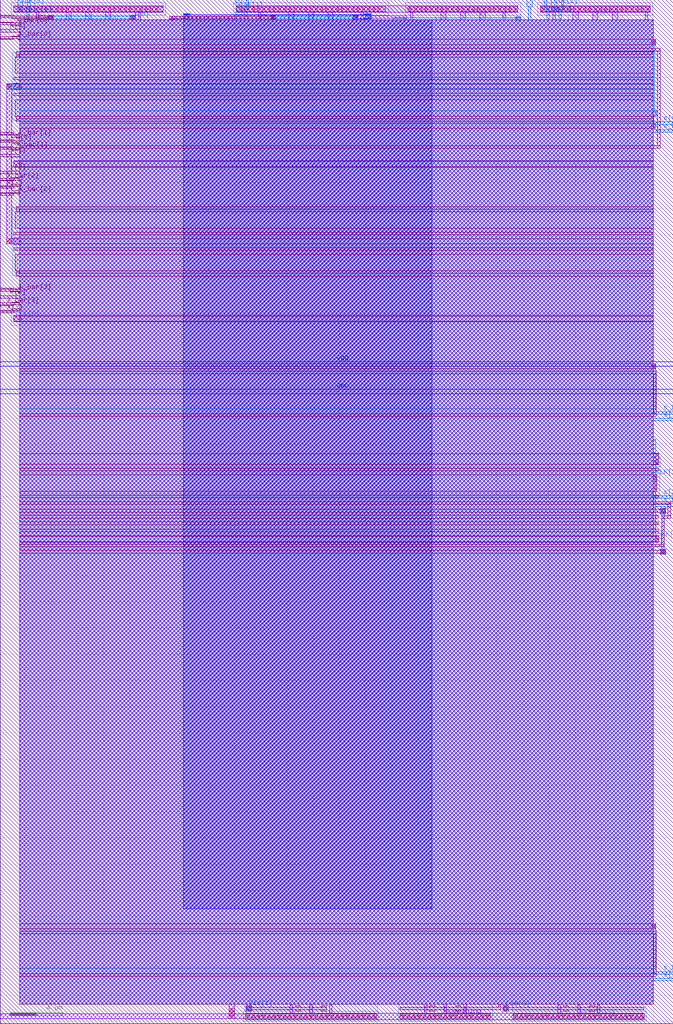
<source format=lef>
VERSION 5.7 ;
  NOWIREEXTENSIONATPIN ON ;
  DIVIDERCHAR "/" ;
  BUSBITCHARS "[]" ;
UNITS
  DATABASE MICRONS 200 ;
END UNITS

LAYER via2
  TYPE CUT ;
END via2

LAYER via
  TYPE CUT ;
END via

LAYER nwell
  TYPE MASTERSLICE ;
END nwell

LAYER via3
  TYPE CUT ;
END via3

LAYER pwell
  TYPE MASTERSLICE ;
END pwell

LAYER via4
  TYPE CUT ;
END via4

LAYER mcon
  TYPE CUT ;
END mcon

LAYER met6
  TYPE ROUTING ;
END met6

LAYER met1
  TYPE ROUTING ;
  WIDTH 0.140000 ;
  DIRECTION HORIZONTAL ;
END met1

LAYER met3
  TYPE ROUTING ;
  WIDTH 0.300000 ;
  DIRECTION HORIZONTAL ;
END met3

LAYER met2
  TYPE ROUTING ;
  WIDTH 0.140000 ;
  DIRECTION HORIZONTAL ;
END met2

LAYER met4
  TYPE ROUTING ;
  WIDTH 0.300000 ;
  DIRECTION HORIZONTAL ;
END met4

LAYER met5
  TYPE ROUTING ;
  WIDTH 1.600000 ;
  DIRECTION HORIZONTAL ;
END met5

LAYER li1
  TYPE ROUTING ;
  WIDTH 0.170000 ;
  DIRECTION HORIZONTAL ;
END li1

MACRO bitfour_EESPFAL
  CLASS BLOCK ;
  FOREIGN bitfour_EESPFAL ;
  ORIGIN -4.110 32.190 ;
  SIZE 51.360 BY 78.080 ;
  PIN k[1]
    PORT
      LAYER li1 ;
        RECT 4.110 35.140 5.150 35.240 ;
        RECT 4.110 35.040 5.610 35.140 ;
        RECT 4.980 34.940 5.610 35.040 ;
    END
  END k[1]
  PIN k_bar[1]
    PORT
      LAYER li1 ;
        RECT 4.110 35.640 5.150 35.790 ;
        RECT 5.500 35.640 5.610 35.740 ;
        RECT 4.110 35.590 5.610 35.640 ;
        RECT 4.980 35.440 5.610 35.590 ;
        RECT 5.500 35.340 5.610 35.440 ;
    END
  END k_bar[1]
  PIN x_bar[1]
    PORT
      LAYER li1 ;
        RECT 4.110 34.640 5.150 34.690 ;
        RECT 4.110 34.490 5.610 34.640 ;
        RECT 4.980 34.440 5.610 34.490 ;
    END
  END x_bar[1]
  PIN k[2]
    PORT
      LAYER li1 ;
        RECT 4.980 31.740 5.610 31.840 ;
        RECT 4.110 31.640 5.610 31.740 ;
        RECT 4.110 31.540 5.150 31.640 ;
    END
  END k[2]
  PIN k_bar[2]
    PORT
      LAYER li1 ;
        RECT 5.500 31.340 5.610 31.440 ;
        RECT 4.980 31.190 5.610 31.340 ;
        RECT 4.110 31.140 5.610 31.190 ;
        RECT 4.110 30.990 5.150 31.140 ;
        RECT 5.500 31.040 5.610 31.140 ;
    END
  END k_bar[2]
  PIN x[2]
    PORT
      LAYER li1 ;
        RECT 4.110 32.640 5.610 32.840 ;
    END
  END x[2]
  PIN x_bar[2]
    PORT
      LAYER li1 ;
        RECT 4.980 32.290 5.610 32.340 ;
        RECT 4.110 32.140 5.610 32.290 ;
        RECT 4.110 32.090 5.150 32.140 ;
    END
  END x_bar[2]
  PIN x[1]
    PORT
      LAYER li1 ;
        RECT 4.110 33.940 5.610 34.140 ;
    END
  END x[1]
  PIN k_bar[0]
    PORT
      LAYER li1 ;
        RECT 5.500 43.140 5.610 43.240 ;
        RECT 4.980 43.090 5.610 43.140 ;
        RECT 4.110 42.940 5.610 43.090 ;
        RECT 4.110 42.890 5.150 42.940 ;
        RECT 5.500 42.840 5.610 42.940 ;
    END
  END k_bar[0]
  PIN x_bar[0]
    PORT
      LAYER li1 ;
        RECT 4.110 44.140 5.150 44.190 ;
        RECT 4.110 43.990 5.610 44.140 ;
        RECT 4.980 43.940 5.610 43.990 ;
    END
  END x_bar[0]
  PIN x[0]
    PORT
      LAYER met2 ;
        RECT 7.750 44.640 8.150 44.740 ;
        RECT 14.050 44.640 14.450 44.740 ;
        RECT 7.750 44.440 14.450 44.640 ;
        RECT 7.750 44.390 8.150 44.440 ;
        RECT 14.050 44.390 14.450 44.440 ;
    END
  END x[0]
  PIN k[0]
    PORT
      LAYER li1 ;
        RECT 4.110 43.440 5.610 43.640 ;
    END
  END k[0]
  PIN x_bar[3]
    PORT
      LAYER li1 ;
        RECT 4.980 22.790 5.610 22.840 ;
        RECT 4.110 22.640 5.610 22.790 ;
        RECT 4.110 22.590 5.150 22.640 ;
    END
  END x_bar[3]
  PIN x[3]
    PORT
      LAYER li1 ;
        RECT 4.980 22.240 5.610 22.340 ;
        RECT 4.110 22.140 5.610 22.240 ;
        RECT 4.110 22.040 5.150 22.140 ;
    END
  END x[3]
  PIN k_bar[3]
    PORT
      LAYER li1 ;
        RECT 4.110 23.840 5.150 23.890 ;
        RECT 5.500 23.840 5.610 23.940 ;
        RECT 4.110 23.690 5.610 23.840 ;
        RECT 4.980 23.640 5.610 23.690 ;
        RECT 5.500 23.540 5.610 23.640 ;
    END
  END k_bar[3]
  PIN k[3]
    PORT
      LAYER li1 ;
        RECT 4.110 23.140 5.610 23.340 ;
    END
  END k[3]
  PIN Dis[3]
    PORT
      LAYER met2 ;
        RECT 46.930 45.390 47.130 45.890 ;
        RECT 46.740 45.190 47.130 45.390 ;
        RECT 46.740 44.390 46.940 45.190 ;
        RECT 42.590 -30.825 42.790 -30.690 ;
        RECT 42.490 -31.225 42.890 -30.825 ;
    END
  END Dis[3]
  PIN Dis[2]
    PORT
      LAYER met2 ;
        RECT 45.630 45.390 45.830 45.890 ;
        RECT 45.630 45.190 46.040 45.390 ;
        RECT 45.840 44.390 46.040 45.190 ;
    END
  END Dis[2]
  PIN Dis[1]
    PORT
      LAYER met2 ;
        RECT 22.880 45.390 23.080 45.890 ;
        RECT 22.775 45.190 23.080 45.390 ;
        RECT 22.775 44.390 22.975 45.190 ;
        RECT 22.985 -30.815 23.185 -30.690 ;
        RECT 22.885 -31.215 23.285 -30.815 ;
    END
  END Dis[1]
  PIN Dis[0]
    PORT
      LAYER met2 ;
        RECT 6.200 45.390 6.400 45.890 ;
        RECT 6.130 45.190 6.400 45.390 ;
        RECT 6.130 44.390 6.330 45.190 ;
    END
  END Dis[0]
  PIN s[3]
    PORT
      LAYER met2 ;
        RECT 53.970 -28.920 55.470 -28.720 ;
    END
  END s[3]
  PIN s_bar[3]
    PORT
      LAYER met2 ;
        RECT 53.970 -28.400 55.470 -28.200 ;
    END
  END s_bar[3]
  PIN s[2]
    PORT
      LAYER met2 ;
        RECT 53.970 7.885 55.470 8.085 ;
    END
  END s[2]
  PIN s_bar[2]
    PORT
      LAYER met2 ;
        RECT 53.970 7.260 55.470 7.460 ;
    END
  END s_bar[2]
  PIN s_bar[1]
    PORT
      LAYER met2 ;
        RECT 53.970 14.305 55.470 14.505 ;
    END
  END s_bar[1]
  PIN s[1]
    PORT
      LAYER met2 ;
        RECT 53.970 13.785 55.470 13.985 ;
    END
  END s[1]
  PIN s[0]
    PORT
      LAYER met2 ;
        RECT 53.970 36.390 55.470 36.590 ;
    END
  END s[0]
  PIN s_bar[0]
    PORT
      LAYER met2 ;
        RECT 53.970 35.790 55.470 35.990 ;
    END
  END s_bar[0]
  PIN CLK[0]
    ANTENNADIFFAREA 6.430000 ;
    PORT
      LAYER nwell ;
        RECT 4.950 44.740 16.750 45.690 ;
        RECT 8.800 44.390 12.900 44.740 ;
        RECT 4.950 32.890 5.610 33.890 ;
        RECT 4.950 21.090 5.610 22.040 ;
      LAYER met2 ;
        RECT 5.450 44.990 5.850 45.890 ;
    END
  END CLK[0]
  PIN CLK[1]
    ANTENNADIFFAREA 10.440000 ;
    PORT
      LAYER nwell ;
        RECT 21.930 44.740 33.730 45.690 ;
        RECT 35.030 44.740 43.830 45.690 ;
        RECT 25.780 44.390 29.880 44.740 ;
        RECT 37.380 44.390 41.480 44.740 ;
      LAYER met2 ;
        RECT 22.130 44.390 22.530 45.890 ;
    END
  END CLK[1]
  PIN CLK[3]
    ANTENNADIFFAREA 0.745000 ;
    PORT
      LAYER nwell ;
        RECT 53.970 4.285 54.580 5.235 ;
      LAYER met2 ;
        RECT 44.320 45.390 44.720 45.890 ;
        RECT 44.420 44.390 44.620 45.390 ;
        RECT 53.970 9.685 54.130 12.390 ;
        RECT 53.970 9.285 54.230 9.685 ;
    END
  END CLK[3]
  PIN CLK[2]
    ANTENNADIFFAREA 4.470000 ;
    PORT
      LAYER nwell ;
        RECT 45.130 44.740 53.930 45.690 ;
        RECT 47.480 44.390 51.580 44.740 ;
      LAYER met2 ;
        RECT 46.180 44.990 46.580 45.890 ;
    END
  END CLK[2]
  PIN GND
    PORT
      LAYER met3 ;
        RECT 4.110 15.875 55.470 16.205 ;
    END
  END GND
  PIN VDD
    PORT
      LAYER met3 ;
        RECT 4.110 17.975 55.470 18.305 ;
    END
  END VDD
  PIN something
    ANTENNADIFFAREA 14.115000 ;
    PORT
      LAYER pwell ;
        RECT 5.020 36.710 5.610 41.870 ;
        RECT 5.020 24.910 5.610 30.070 ;
        RECT 53.970 10.305 54.510 11.065 ;
        RECT 53.970 8.105 54.460 10.305 ;
        RECT 22.755 -31.235 32.915 -30.690 ;
        RECT 22.705 -31.995 32.965 -31.235 ;
        RECT 34.505 -31.995 41.665 -30.690 ;
        RECT 43.205 -31.235 53.365 -30.690 ;
        RECT 43.155 -31.995 53.415 -31.235 ;
      LAYER met1 ;
        RECT 21.590 44.390 21.990 44.640 ;
        RECT 4.610 27.290 5.010 39.490 ;
        RECT 5.150 39.040 5.610 39.540 ;
        RECT 5.150 27.240 5.610 27.740 ;
        RECT 53.970 10.435 54.380 11.340 ;
        RECT 21.590 -31.415 21.990 -30.690 ;
        RECT 26.235 -31.365 26.435 -30.690 ;
        RECT 27.735 -31.365 27.935 -30.690 ;
        RECT 29.235 -31.365 29.435 -30.690 ;
        RECT 36.485 -31.365 36.685 -30.690 ;
        RECT 37.985 -31.365 38.185 -30.690 ;
        RECT 39.485 -31.365 39.685 -30.690 ;
        RECT 46.685 -31.365 46.885 -30.690 ;
        RECT 48.185 -31.365 48.385 -30.690 ;
        RECT 49.685 -31.365 49.885 -30.690 ;
        RECT 4.110 -31.815 21.990 -31.415 ;
        RECT 22.835 -31.865 53.285 -31.365 ;
    END
  END something
  OBS
      LAYER li1 ;
        RECT 5.150 44.990 16.550 45.390 ;
        RECT 22.130 44.990 33.530 45.390 ;
        RECT 35.230 44.990 43.630 45.390 ;
        RECT 45.330 44.990 53.730 45.390 ;
        RECT 4.110 44.640 5.150 44.740 ;
        RECT 7.100 44.640 7.500 44.740 ;
        RECT 7.750 44.640 8.150 44.740 ;
        RECT 4.110 44.540 8.150 44.640 ;
        RECT 4.980 44.440 8.150 44.540 ;
        RECT 7.100 44.390 7.500 44.440 ;
        RECT 7.750 44.390 8.150 44.440 ;
        RECT 14.050 44.390 14.450 44.740 ;
        RECT 24.080 44.640 24.480 44.740 ;
        RECT 24.730 44.640 25.130 44.740 ;
        RECT 17.030 44.440 25.130 44.640 ;
        RECT 17.030 44.390 17.430 44.440 ;
        RECT 24.080 44.390 24.480 44.440 ;
        RECT 24.730 44.390 25.130 44.440 ;
        RECT 31.030 44.390 31.430 44.740 ;
        RECT 5.610 42.890 53.970 44.390 ;
        RECT 5.610 42.490 54.130 42.890 ;
        RECT 5.610 42.190 53.970 42.490 ;
        RECT 5.610 41.990 54.470 42.190 ;
        RECT 5.610 41.940 53.970 41.990 ;
        RECT 5.350 41.740 53.970 41.940 ;
        RECT 5.350 41.540 5.550 41.740 ;
        RECT 5.610 41.540 53.970 41.740 ;
        RECT 5.250 40.290 53.970 41.540 ;
        RECT 5.610 39.990 53.970 40.290 ;
        RECT 5.150 39.790 53.970 39.990 ;
        RECT 5.610 39.490 53.970 39.790 ;
        RECT 4.610 39.090 53.970 39.490 ;
        RECT 5.610 38.790 53.970 39.090 ;
        RECT 5.150 38.590 53.970 38.790 ;
        RECT 5.610 38.290 53.970 38.590 ;
        RECT 5.250 37.040 53.970 38.290 ;
        RECT 5.350 36.840 5.550 37.040 ;
        RECT 5.610 36.840 53.970 37.040 ;
        RECT 5.350 36.640 53.970 36.840 ;
        RECT 5.610 36.495 53.970 36.640 ;
        RECT 5.610 36.095 54.100 36.495 ;
        RECT 5.610 34.790 53.970 36.095 ;
        RECT 54.270 34.790 54.470 41.990 ;
        RECT 5.610 34.590 54.470 34.790 ;
        RECT 5.610 33.590 53.970 34.590 ;
        RECT 5.150 33.190 53.970 33.590 ;
        RECT 5.610 30.140 53.970 33.190 ;
        RECT 5.350 29.940 53.970 30.140 ;
        RECT 5.350 29.740 5.550 29.940 ;
        RECT 5.610 29.740 53.970 29.940 ;
        RECT 5.250 28.490 53.970 29.740 ;
        RECT 5.610 28.190 53.970 28.490 ;
        RECT 5.150 27.990 53.970 28.190 ;
        RECT 5.610 27.690 53.970 27.990 ;
        RECT 4.610 27.290 53.970 27.690 ;
        RECT 5.610 26.990 53.970 27.290 ;
        RECT 5.150 26.790 53.970 26.990 ;
        RECT 5.610 26.490 53.970 26.790 ;
        RECT 5.250 25.240 53.970 26.490 ;
        RECT 5.350 25.040 5.550 25.240 ;
        RECT 5.610 25.040 53.970 25.240 ;
        RECT 5.350 24.840 53.970 25.040 ;
        RECT 5.610 21.790 53.970 24.840 ;
        RECT 5.150 21.390 53.970 21.790 ;
        RECT 5.610 18.155 53.970 21.390 ;
        RECT 5.610 17.755 54.145 18.155 ;
        RECT 5.610 17.585 53.970 17.755 ;
        RECT 5.610 17.385 54.175 17.585 ;
        RECT 5.610 14.335 53.970 17.385 ;
        RECT 53.975 14.335 54.175 17.385 ;
        RECT 5.610 14.135 54.175 14.335 ;
        RECT 5.610 11.290 53.970 14.135 ;
        RECT 5.610 10.485 54.380 11.290 ;
        RECT 5.610 10.185 53.970 10.485 ;
        RECT 5.610 9.985 54.330 10.185 ;
        RECT 5.610 9.685 53.970 9.985 ;
        RECT 5.610 8.435 54.230 9.685 ;
        RECT 5.610 8.135 53.970 8.435 ;
        RECT 5.610 7.935 54.330 8.135 ;
        RECT 5.610 7.635 53.970 7.935 ;
        RECT 5.610 7.435 55.270 7.635 ;
        RECT 5.610 7.035 53.970 7.435 ;
        RECT 54.500 7.035 54.900 7.120 ;
        RECT 5.610 6.835 54.900 7.035 ;
        RECT 5.610 6.585 53.970 6.835 ;
        RECT 54.500 6.720 54.900 6.835 ;
        RECT 5.610 6.385 54.330 6.585 ;
        RECT 55.070 6.550 55.270 7.435 ;
        RECT 5.610 6.085 53.970 6.385 ;
        RECT 54.600 6.350 55.270 6.550 ;
        RECT 5.610 5.885 54.330 6.085 ;
        RECT 5.610 5.535 53.970 5.885 ;
        RECT 5.610 5.335 54.330 5.535 ;
        RECT 5.610 4.985 53.970 5.335 ;
        RECT 5.610 4.585 54.380 4.985 ;
        RECT 5.610 4.390 53.970 4.585 ;
        RECT 54.600 4.390 54.800 6.350 ;
        RECT 5.610 4.190 54.800 4.390 ;
        RECT 5.610 3.915 53.970 4.190 ;
        RECT 54.500 3.915 54.900 4.015 ;
        RECT 5.610 3.715 54.900 3.915 ;
        RECT 5.610 -24.545 53.970 3.715 ;
        RECT 54.500 3.615 54.900 3.715 ;
        RECT 5.610 -24.945 54.145 -24.545 ;
        RECT 5.610 -25.115 53.970 -24.945 ;
        RECT 5.610 -25.315 54.175 -25.115 ;
        RECT 5.610 -28.365 53.970 -25.315 ;
        RECT 53.975 -28.365 54.175 -25.315 ;
        RECT 5.610 -28.565 54.175 -28.365 ;
        RECT 5.610 -30.690 53.970 -28.565 ;
        RECT 22.885 -30.915 23.285 -30.815 ;
        RECT 26.635 -30.915 27.035 -30.815 ;
        RECT 28.635 -30.915 29.035 -30.815 ;
        RECT 36.885 -30.915 37.285 -30.815 ;
        RECT 38.885 -30.915 39.285 -30.815 ;
        RECT 42.120 -30.915 42.320 -30.690 ;
        RECT 21.590 -31.415 21.990 -31.055 ;
        RECT 22.885 -31.115 29.035 -30.915 ;
        RECT 34.635 -31.115 42.320 -30.915 ;
        RECT 42.490 -30.920 42.890 -30.825 ;
        RECT 47.085 -30.915 47.485 -30.815 ;
        RECT 49.085 -30.915 49.485 -30.815 ;
        RECT 47.085 -30.920 53.235 -30.915 ;
        RECT 42.490 -31.115 53.235 -30.920 ;
        RECT 22.885 -31.215 23.285 -31.115 ;
        RECT 26.635 -31.215 27.035 -31.115 ;
        RECT 28.635 -31.215 29.035 -31.115 ;
        RECT 36.885 -31.215 37.285 -31.115 ;
        RECT 38.885 -31.215 39.285 -31.115 ;
        RECT 42.490 -31.120 47.485 -31.115 ;
        RECT 42.490 -31.225 42.890 -31.120 ;
        RECT 47.085 -31.215 47.485 -31.120 ;
        RECT 49.085 -31.215 49.485 -31.115 ;
        RECT 21.590 -31.815 32.835 -31.415 ;
        RECT 34.635 -31.815 41.535 -31.415 ;
        RECT 43.285 -31.815 53.285 -31.415 ;
      LAYER mcon ;
        RECT 21.705 -31.340 21.875 -31.170 ;
        RECT 23.000 -31.100 23.170 -30.930 ;
        RECT 42.605 -31.110 42.775 -30.940 ;
        RECT 21.705 -31.700 21.875 -31.530 ;
        RECT 22.950 -31.700 23.120 -31.530 ;
        RECT 23.350 -31.700 23.520 -31.530 ;
        RECT 23.750 -31.700 23.920 -31.530 ;
        RECT 24.150 -31.700 24.320 -31.530 ;
        RECT 24.550 -31.700 24.720 -31.530 ;
        RECT 24.950 -31.700 25.120 -31.530 ;
        RECT 25.350 -31.700 25.520 -31.530 ;
        RECT 25.750 -31.700 25.920 -31.530 ;
        RECT 26.150 -31.700 26.320 -31.530 ;
        RECT 26.550 -31.700 26.720 -31.530 ;
        RECT 26.950 -31.700 27.120 -31.530 ;
        RECT 27.350 -31.700 27.520 -31.530 ;
        RECT 27.750 -31.700 27.920 -31.530 ;
        RECT 28.150 -31.700 28.320 -31.530 ;
        RECT 28.550 -31.700 28.720 -31.530 ;
        RECT 28.950 -31.700 29.120 -31.530 ;
        RECT 29.350 -31.700 29.520 -31.530 ;
        RECT 29.750 -31.700 29.920 -31.530 ;
        RECT 30.150 -31.700 30.320 -31.530 ;
        RECT 30.550 -31.700 30.720 -31.530 ;
        RECT 30.950 -31.700 31.120 -31.530 ;
        RECT 31.350 -31.700 31.520 -31.530 ;
        RECT 31.750 -31.700 31.920 -31.530 ;
        RECT 32.150 -31.700 32.320 -31.530 ;
        RECT 32.550 -31.700 32.720 -31.530 ;
        RECT 34.800 -31.700 34.970 -31.530 ;
        RECT 35.200 -31.700 35.370 -31.530 ;
        RECT 35.600 -31.700 35.770 -31.530 ;
        RECT 36.000 -31.700 36.170 -31.530 ;
        RECT 36.400 -31.700 36.570 -31.530 ;
        RECT 36.800 -31.700 36.970 -31.530 ;
        RECT 37.200 -31.700 37.370 -31.530 ;
        RECT 37.600 -31.700 37.770 -31.530 ;
        RECT 38.000 -31.700 38.170 -31.530 ;
        RECT 38.400 -31.700 38.570 -31.530 ;
        RECT 38.800 -31.700 38.970 -31.530 ;
        RECT 39.200 -31.700 39.370 -31.530 ;
        RECT 39.600 -31.700 39.770 -31.530 ;
        RECT 40.000 -31.700 40.170 -31.530 ;
        RECT 40.400 -31.700 40.570 -31.530 ;
        RECT 40.800 -31.700 40.970 -31.530 ;
        RECT 41.200 -31.700 41.370 -31.530 ;
        RECT 43.400 -31.700 43.570 -31.530 ;
        RECT 43.800 -31.700 43.970 -31.530 ;
        RECT 44.200 -31.700 44.370 -31.530 ;
        RECT 44.600 -31.700 44.770 -31.530 ;
        RECT 45.000 -31.700 45.170 -31.530 ;
        RECT 45.400 -31.700 45.570 -31.530 ;
        RECT 45.800 -31.700 45.970 -31.530 ;
        RECT 46.200 -31.700 46.370 -31.530 ;
        RECT 46.600 -31.700 46.770 -31.530 ;
        RECT 47.000 -31.700 47.170 -31.530 ;
        RECT 47.400 -31.700 47.570 -31.530 ;
        RECT 47.800 -31.700 47.970 -31.530 ;
        RECT 48.200 -31.700 48.370 -31.530 ;
        RECT 48.600 -31.700 48.770 -31.530 ;
        RECT 49.000 -31.700 49.170 -31.530 ;
        RECT 49.400 -31.700 49.570 -31.530 ;
        RECT 49.800 -31.700 49.970 -31.530 ;
        RECT 50.200 -31.700 50.370 -31.530 ;
        RECT 50.600 -31.700 50.770 -31.530 ;
        RECT 51.000 -31.700 51.170 -31.530 ;
        RECT 51.400 -31.700 51.570 -31.530 ;
        RECT 51.800 -31.700 51.970 -31.530 ;
        RECT 52.200 -31.700 52.370 -31.530 ;
        RECT 52.600 -31.700 52.770 -31.530 ;
        RECT 53.000 -31.700 53.170 -31.530 ;
        RECT 5.565 45.105 5.735 45.275 ;
        RECT 5.965 45.105 6.135 45.275 ;
        RECT 6.365 45.105 6.535 45.275 ;
        RECT 6.765 45.105 6.935 45.275 ;
        RECT 7.165 45.105 7.335 45.275 ;
        RECT 7.565 45.105 7.735 45.275 ;
        RECT 7.965 45.105 8.135 45.275 ;
        RECT 8.365 45.105 8.535 45.275 ;
        RECT 8.765 45.105 8.935 45.275 ;
        RECT 9.165 45.105 9.335 45.275 ;
        RECT 9.565 45.105 9.735 45.275 ;
        RECT 9.965 45.105 10.135 45.275 ;
        RECT 10.365 45.105 10.535 45.275 ;
        RECT 10.765 45.105 10.935 45.275 ;
        RECT 11.165 45.105 11.335 45.275 ;
        RECT 11.565 45.105 11.735 45.275 ;
        RECT 11.965 45.105 12.135 45.275 ;
        RECT 12.365 45.105 12.535 45.275 ;
        RECT 12.765 45.105 12.935 45.275 ;
        RECT 13.165 45.105 13.335 45.275 ;
        RECT 13.565 45.105 13.735 45.275 ;
        RECT 13.965 45.105 14.135 45.275 ;
        RECT 14.365 45.105 14.535 45.275 ;
        RECT 14.765 45.105 14.935 45.275 ;
        RECT 15.165 45.105 15.335 45.275 ;
        RECT 15.565 45.105 15.735 45.275 ;
        RECT 15.965 45.105 16.135 45.275 ;
        RECT 22.545 45.105 22.715 45.275 ;
        RECT 22.945 45.105 23.115 45.275 ;
        RECT 23.345 45.105 23.515 45.275 ;
        RECT 23.745 45.105 23.915 45.275 ;
        RECT 24.145 45.105 24.315 45.275 ;
        RECT 24.545 45.105 24.715 45.275 ;
        RECT 24.945 45.105 25.115 45.275 ;
        RECT 25.345 45.105 25.515 45.275 ;
        RECT 25.745 45.105 25.915 45.275 ;
        RECT 26.145 45.105 26.315 45.275 ;
        RECT 26.545 45.105 26.715 45.275 ;
        RECT 26.945 45.105 27.115 45.275 ;
        RECT 27.345 45.105 27.515 45.275 ;
        RECT 27.745 45.105 27.915 45.275 ;
        RECT 28.145 45.105 28.315 45.275 ;
        RECT 28.545 45.105 28.715 45.275 ;
        RECT 28.945 45.105 29.115 45.275 ;
        RECT 29.345 45.105 29.515 45.275 ;
        RECT 29.745 45.105 29.915 45.275 ;
        RECT 30.145 45.105 30.315 45.275 ;
        RECT 30.545 45.105 30.715 45.275 ;
        RECT 30.945 45.105 31.115 45.275 ;
        RECT 31.345 45.105 31.515 45.275 ;
        RECT 31.745 45.105 31.915 45.275 ;
        RECT 32.145 45.105 32.315 45.275 ;
        RECT 32.545 45.105 32.715 45.275 ;
        RECT 32.945 45.105 33.115 45.275 ;
        RECT 35.345 45.105 35.515 45.275 ;
        RECT 35.745 45.105 35.915 45.275 ;
        RECT 36.145 45.105 36.315 45.275 ;
        RECT 36.545 45.105 36.715 45.275 ;
        RECT 36.945 45.105 37.115 45.275 ;
        RECT 37.345 45.105 37.515 45.275 ;
        RECT 37.745 45.105 37.915 45.275 ;
        RECT 38.145 45.105 38.315 45.275 ;
        RECT 38.545 45.105 38.715 45.275 ;
        RECT 38.945 45.105 39.115 45.275 ;
        RECT 39.345 45.105 39.515 45.275 ;
        RECT 39.745 45.105 39.915 45.275 ;
        RECT 40.145 45.105 40.315 45.275 ;
        RECT 40.545 45.105 40.715 45.275 ;
        RECT 40.945 45.105 41.115 45.275 ;
        RECT 41.345 45.105 41.515 45.275 ;
        RECT 41.745 45.105 41.915 45.275 ;
        RECT 42.145 45.105 42.315 45.275 ;
        RECT 42.545 45.105 42.715 45.275 ;
        RECT 42.945 45.105 43.115 45.275 ;
        RECT 43.345 45.105 43.515 45.275 ;
        RECT 45.445 45.105 45.615 45.275 ;
        RECT 45.845 45.105 46.015 45.275 ;
        RECT 46.245 45.105 46.415 45.275 ;
        RECT 46.645 45.105 46.815 45.275 ;
        RECT 47.045 45.105 47.215 45.275 ;
        RECT 47.445 45.105 47.615 45.275 ;
        RECT 47.845 45.105 48.015 45.275 ;
        RECT 48.245 45.105 48.415 45.275 ;
        RECT 48.645 45.105 48.815 45.275 ;
        RECT 49.045 45.105 49.215 45.275 ;
        RECT 49.445 45.105 49.615 45.275 ;
        RECT 49.845 45.105 50.015 45.275 ;
        RECT 50.245 45.105 50.415 45.275 ;
        RECT 50.645 45.105 50.815 45.275 ;
        RECT 51.045 45.105 51.215 45.275 ;
        RECT 51.445 45.105 51.615 45.275 ;
        RECT 51.845 45.105 52.015 45.275 ;
        RECT 52.245 45.105 52.415 45.275 ;
        RECT 52.645 45.105 52.815 45.275 ;
        RECT 53.045 45.105 53.215 45.275 ;
        RECT 53.445 45.105 53.615 45.275 ;
        RECT 7.865 44.455 8.035 44.625 ;
        RECT 14.165 44.455 14.335 44.625 ;
        RECT 17.145 44.355 17.315 44.525 ;
        RECT 24.845 44.455 25.015 44.625 ;
        RECT 31.145 44.455 31.315 44.625 ;
        RECT 4.725 39.205 4.895 39.375 ;
        RECT 5.565 39.205 5.735 39.375 ;
        RECT 5.565 33.305 5.735 33.475 ;
        RECT 4.725 27.405 4.895 27.575 ;
        RECT 5.565 27.405 5.735 27.575 ;
        RECT 5.565 21.505 5.735 21.675 ;
        RECT 53.845 42.605 54.015 42.775 ;
        RECT 53.815 36.210 53.985 36.380 ;
        RECT 53.860 17.870 54.030 18.040 ;
        RECT 54.095 10.600 54.265 10.770 ;
        RECT 53.945 9.400 54.115 9.570 ;
        RECT 53.945 9.000 54.115 9.170 ;
        RECT 53.945 8.600 54.115 8.770 ;
        RECT 54.615 6.835 54.785 7.005 ;
        RECT 54.095 4.700 54.265 4.870 ;
        RECT 54.615 3.730 54.785 3.900 ;
        RECT 53.860 -24.830 54.030 -24.660 ;
      LAYER met1 ;
        RECT 5.150 44.940 16.550 45.440 ;
        RECT 22.130 44.940 43.630 45.440 ;
        RECT 45.330 44.940 53.730 45.440 ;
        RECT 6.850 44.390 7.050 44.940 ;
        RECT 7.750 44.390 8.150 44.740 ;
        RECT 9.150 44.390 9.550 44.940 ;
        RECT 10.650 44.390 11.050 44.940 ;
        RECT 12.150 44.390 12.550 44.940 ;
        RECT 14.050 44.390 14.450 44.740 ;
        RECT 14.650 44.390 14.850 44.940 ;
        RECT 17.030 44.390 17.430 44.640 ;
        RECT 17.600 44.390 18.000 44.640 ;
        RECT 18.170 44.390 18.570 44.800 ;
        RECT 18.740 44.390 19.140 44.640 ;
        RECT 19.310 44.390 19.710 44.640 ;
        RECT 19.880 44.390 20.280 44.640 ;
        RECT 20.450 44.390 20.850 44.640 ;
        RECT 21.020 44.390 21.420 44.640 ;
        RECT 23.830 44.390 24.030 44.940 ;
        RECT 24.730 44.390 25.130 44.740 ;
        RECT 26.130 44.390 26.530 44.940 ;
        RECT 27.630 44.390 28.030 44.940 ;
        RECT 29.130 44.390 29.530 44.940 ;
        RECT 31.030 44.390 31.430 44.740 ;
        RECT 31.630 44.390 31.830 44.940 ;
        RECT 31.970 44.700 32.370 44.800 ;
        RECT 31.970 44.500 35.130 44.700 ;
        RECT 31.970 44.400 32.370 44.500 ;
        RECT 34.930 44.390 35.130 44.500 ;
        RECT 35.430 44.390 35.630 44.940 ;
        RECT 37.730 44.390 38.130 44.940 ;
        RECT 39.230 44.390 39.630 44.940 ;
        RECT 40.730 44.390 41.130 44.940 ;
        RECT 42.480 44.390 42.680 44.940 ;
        RECT 43.450 44.390 43.850 44.630 ;
        RECT 46.280 44.390 46.480 44.940 ;
        RECT 47.830 44.390 48.230 44.940 ;
        RECT 49.330 44.390 49.730 44.940 ;
        RECT 50.830 44.390 51.230 44.940 ;
        RECT 53.330 44.390 53.530 44.940 ;
        RECT 5.610 42.890 53.970 44.390 ;
        RECT 5.610 42.490 54.130 42.890 ;
        RECT 5.610 37.440 53.970 42.490 ;
        RECT 5.610 37.040 54.170 37.440 ;
        RECT 5.610 36.495 54.000 37.040 ;
        RECT 5.610 36.095 54.100 36.495 ;
        RECT 5.610 33.640 53.970 36.095 ;
        RECT 5.150 33.140 53.970 33.640 ;
        RECT 5.610 21.840 53.970 33.140 ;
        RECT 5.150 21.340 53.970 21.840 ;
        RECT 5.610 18.155 53.970 21.340 ;
        RECT 5.610 17.755 54.145 18.155 ;
        RECT 5.610 9.685 53.970 17.755 ;
        RECT 5.610 8.435 54.230 9.685 ;
        RECT 5.610 5.035 54.130 8.435 ;
        RECT 54.500 6.720 54.900 7.120 ;
        RECT 5.610 4.535 54.380 5.035 ;
        RECT 5.610 -24.545 53.970 4.535 ;
        RECT 54.500 3.615 54.900 4.015 ;
        RECT 5.610 -24.945 54.145 -24.545 ;
        RECT 5.610 -30.690 53.970 -24.945 ;
        RECT 22.885 -31.215 23.285 -30.815 ;
        RECT 42.490 -31.225 42.890 -30.825 ;
      LAYER via ;
        RECT 22.955 -31.145 23.215 -30.885 ;
        RECT 42.560 -31.155 42.820 -30.895 ;
        RECT 5.520 45.060 5.780 45.320 ;
        RECT 22.200 45.060 22.460 45.320 ;
        RECT 46.250 45.060 46.510 45.320 ;
        RECT 7.820 44.410 8.080 44.670 ;
        RECT 14.120 44.410 14.380 44.670 ;
        RECT 18.240 44.475 18.500 44.735 ;
        RECT 24.800 44.410 25.060 44.670 ;
        RECT 31.100 44.410 31.360 44.670 ;
        RECT 32.040 44.475 32.300 44.735 ;
        RECT 43.520 44.300 43.780 44.560 ;
        RECT 53.800 42.775 54.060 42.820 ;
        RECT 53.845 42.605 54.060 42.775 ;
        RECT 53.800 42.560 54.060 42.605 ;
        RECT 53.840 37.110 54.100 37.370 ;
        RECT 53.815 18.040 54.075 18.085 ;
        RECT 53.860 17.870 54.075 18.040 ;
        RECT 53.815 17.825 54.075 17.870 ;
        RECT 53.900 9.570 54.160 9.615 ;
        RECT 53.945 9.400 54.160 9.570 ;
        RECT 53.900 9.355 54.160 9.400 ;
        RECT 54.570 6.790 54.830 7.050 ;
        RECT 54.570 3.685 54.830 3.945 ;
        RECT 53.815 -24.660 54.075 -24.615 ;
        RECT 53.860 -24.830 54.075 -24.660 ;
        RECT 53.815 -24.875 54.075 -24.830 ;
      LAYER met2 ;
        RECT 18.170 44.390 18.570 44.800 ;
        RECT 24.730 44.640 25.130 44.740 ;
        RECT 31.030 44.640 31.430 44.740 ;
        RECT 24.730 44.440 31.430 44.640 ;
        RECT 24.730 44.390 25.130 44.440 ;
        RECT 31.030 44.390 31.430 44.440 ;
        RECT 31.970 44.400 32.370 44.800 ;
        RECT 43.450 44.530 43.850 44.630 ;
        RECT 34.080 44.390 43.850 44.530 ;
        RECT 5.610 42.890 53.970 44.390 ;
        RECT 5.610 42.490 54.130 42.890 ;
        RECT 5.610 39.455 54.060 42.490 ;
        RECT 4.625 39.175 4.995 39.455 ;
        RECT 5.150 39.175 54.060 39.455 ;
        RECT 5.610 37.440 54.060 39.175 ;
        RECT 5.610 37.040 54.170 37.440 ;
        RECT 5.610 18.155 53.970 37.040 ;
        RECT 5.610 14.735 54.145 18.155 ;
        RECT 5.610 -24.545 53.970 14.735 ;
        RECT 54.500 6.720 54.900 7.120 ;
        RECT 54.600 4.015 54.800 6.720 ;
        RECT 54.500 3.615 54.900 4.015 ;
        RECT 5.610 -27.965 54.145 -24.545 ;
        RECT 5.610 -30.690 53.970 -27.965 ;
      LAYER via2 ;
        RECT 18.230 44.465 18.510 44.745 ;
        RECT 32.030 44.465 32.310 44.745 ;
      LAYER met3 ;
        RECT 18.120 44.750 18.620 44.850 ;
        RECT 31.920 44.750 32.420 44.850 ;
        RECT 18.120 44.450 32.420 44.750 ;
        RECT 18.120 44.390 18.620 44.450 ;
        RECT 31.920 44.390 32.420 44.450 ;
        RECT 18.120 -23.425 37.080 44.390 ;
  END
END bitfour_EESPFAL
END LIBRARY


</source>
